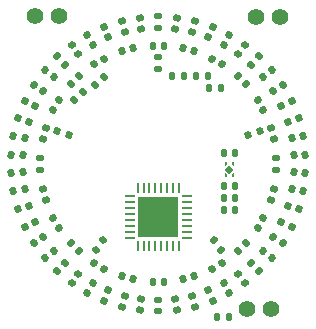
<source format=gbr>
%TF.GenerationSoftware,KiCad,Pcbnew,7.0.9*%
%TF.CreationDate,2023-11-22T13:55:22-05:00*%
%TF.ProjectId,watch,77617463-682e-46b6-9963-61645f706362,rev?*%
%TF.SameCoordinates,Original*%
%TF.FileFunction,Soldermask,Top*%
%TF.FilePolarity,Negative*%
%FSLAX45Y45*%
G04 Gerber Fmt 4.5, Leading zero omitted, Abs format (unit mm)*
G04 Created by KiCad (PCBNEW 7.0.9) date 2023-11-22 13:55:22*
%MOMM*%
%LPD*%
G01*
G04 APERTURE LIST*
G04 Aperture macros list*
%AMRoundRect*
0 Rectangle with rounded corners*
0 $1 Rounding radius*
0 $2 $3 $4 $5 $6 $7 $8 $9 X,Y pos of 4 corners*
0 Add a 4 corners polygon primitive as box body*
4,1,4,$2,$3,$4,$5,$6,$7,$8,$9,$2,$3,0*
0 Add four circle primitives for the rounded corners*
1,1,$1+$1,$2,$3*
1,1,$1+$1,$4,$5*
1,1,$1+$1,$6,$7*
1,1,$1+$1,$8,$9*
0 Add four rect primitives between the rounded corners*
20,1,$1+$1,$2,$3,$4,$5,0*
20,1,$1+$1,$4,$5,$6,$7,0*
20,1,$1+$1,$6,$7,$8,$9,0*
20,1,$1+$1,$8,$9,$2,$3,0*%
%AMRotRect*
0 Rectangle, with rotation*
0 The origin of the aperture is its center*
0 $1 length*
0 $2 width*
0 $3 Rotation angle, in degrees counterclockwise*
0 Add horizontal line*
21,1,$1,$2,0,0,$3*%
%AMFreePoly0*
4,1,6,0.180000,0.075000,0.000000,-0.105000,-0.180000,-0.105000,-0.180000,0.105000,0.180000,0.105000,0.180000,0.075000,0.180000,0.075000,$1*%
%AMFreePoly1*
4,1,6,0.180000,-0.075000,0.180000,-0.105000,-0.180000,-0.105000,-0.180000,0.105000,0.000000,0.105000,0.180000,-0.075000,0.180000,-0.075000,$1*%
%AMFreePoly2*
4,1,6,0.180000,-0.105000,0.000000,-0.105000,-0.180000,0.075000,-0.180000,0.105000,0.180000,0.105000,0.180000,-0.105000,0.180000,-0.105000,$1*%
%AMFreePoly3*
4,1,6,0.180000,-0.105000,-0.180000,-0.105000,-0.180000,-0.075000,0.000000,0.105000,0.180000,0.105000,0.180000,-0.105000,0.180000,-0.105000,$1*%
G04 Aperture macros list end*
%ADD10RoundRect,0.147500X-0.226254X0.017937X-0.052857X-0.220723X0.226254X-0.017937X0.052857X0.220723X0*%
%ADD11RoundRect,0.147500X-0.032108X-0.224681X0.216968X-0.066612X0.032108X0.224681X-0.216968X0.066612X0*%
%ADD12RoundRect,0.147500X-0.060015X-0.218885X0.206909X-0.093280X0.060015X0.218885X-0.206909X0.093280X0*%
%ADD13RoundRect,0.147500X-0.136378X-0.181421X0.158040X-0.162898X0.136378X0.181421X-0.158040X0.162898X0*%
%ADD14RoundRect,0.147500X-0.172500X0.147500X-0.172500X-0.147500X0.172500X-0.147500X0.172500X0.147500X0*%
%ADD15RoundRect,0.135000X0.071224X0.217663X-0.185561X0.134228X-0.071224X-0.217663X0.185561X-0.134228X0*%
%ADD16RoundRect,0.062500X0.062500X-0.375000X0.062500X0.375000X-0.062500X0.375000X-0.062500X-0.375000X0*%
%ADD17RoundRect,0.062500X0.375000X-0.062500X0.375000X0.062500X-0.375000X0.062500X-0.375000X-0.062500X0*%
%ADD18R,3.500000X3.500000*%
%ADD19RoundRect,0.135000X-0.185561X-0.134228X0.071224X-0.217663X0.185561X0.134228X-0.071224X0.217663X0*%
%ADD20RoundRect,0.147500X-0.097828X-0.204798X0.187120X-0.128446X0.097828X0.204798X-0.187120X0.128446X0*%
%ADD21RoundRect,0.147500X0.130399X-0.185765X0.203762X0.099967X-0.130399X0.185765X-0.203762X-0.099967X0*%
%ADD22RoundRect,0.147500X-0.106088X0.200644X-0.214685X-0.073641X0.106088X-0.200644X0.214685X0.073641X0*%
%ADD23RoundRect,0.147500X0.136378X0.181421X-0.158040X0.162898X-0.136378X-0.181421X0.158040X-0.162898X0*%
%ADD24RoundRect,0.147500X0.041489X0.223139X-0.213989X0.075639X-0.041489X-0.223139X0.213989X-0.075639X0*%
%ADD25RoundRect,0.147500X0.203762X-0.099967X0.130399X0.185765X-0.203762X0.099967X-0.130399X-0.185765X0*%
%ADD26RoundRect,0.147500X0.193586X0.118477X-0.086975X0.209637X-0.193586X-0.118477X0.086975X-0.209637X0*%
%ADD27RoundRect,0.147500X-0.080104X0.212358X-0.222222X-0.046153X0.080104X-0.212358X0.222222X0.046153X0*%
%ADD28RoundRect,0.147500X-0.086975X-0.209637X0.193586X-0.118477X0.086975X0.209637X-0.193586X0.118477X0*%
%ADD29C,1.400000*%
%ADD30RoundRect,0.147500X0.172500X-0.147500X0.172500X0.147500X-0.172500X0.147500X-0.172500X-0.147500X0*%
%ADD31RoundRect,0.147500X0.158040X0.162898X-0.136378X0.181421X-0.158040X-0.162898X0.136378X-0.181421X0*%
%ADD32RoundRect,0.135000X0.035355X-0.226274X0.226274X-0.035355X-0.035355X0.226274X-0.226274X0.035355X0*%
%ADD33RoundRect,0.147500X0.152653X-0.167957X0.189626X0.124717X-0.152653X0.167957X-0.189626X-0.124717X0*%
%ADD34RoundRect,0.147500X-0.226718X-0.010562X-0.024776X-0.225607X0.226718X0.010562X0.024776X0.225607X0*%
%ADD35RoundRect,0.140000X0.140000X0.170000X-0.140000X0.170000X-0.140000X-0.170000X0.140000X-0.170000X0*%
%ADD36RoundRect,0.147500X-0.041489X-0.223139X0.213989X-0.075639X0.041489X0.223139X-0.213989X0.075639X0*%
%ADD37RoundRect,0.147500X0.177211X0.141806X-0.112564X0.197083X-0.177211X-0.141806X0.112564X-0.197083X0*%
%ADD38RoundRect,0.147500X0.112564X0.197083X-0.177211X0.141806X-0.112564X-0.197083X0.177211X-0.141806X0*%
%ADD39RoundRect,0.147500X0.003695X0.226934X-0.223606X0.038893X-0.003695X-0.226934X0.223606X-0.038893X0*%
%ADD40RoundRect,0.147500X-0.189626X0.124717X-0.152653X-0.167957X0.189626X-0.124717X0.152653X0.167957X0*%
%ADD41RoundRect,0.147500X0.223139X-0.041489X0.075639X0.213989X-0.223139X0.041489X-0.075639X-0.213989X0*%
%ADD42RoundRect,0.147500X0.222222X-0.046153X0.080104X0.212358X-0.222222X0.046153X-0.080104X-0.212358X0*%
%ADD43RoundRect,0.147500X0.032108X0.224681X-0.216968X0.066612X-0.032108X-0.224681X0.216968X-0.066612X0*%
%ADD44RoundRect,0.147500X-0.147500X-0.172500X0.147500X-0.172500X0.147500X0.172500X-0.147500X0.172500X0*%
%ADD45FreePoly0,270.000000*%
%ADD46FreePoly1,270.000000*%
%ADD47FreePoly2,270.000000*%
%ADD48FreePoly3,270.000000*%
%ADD49RotRect,0.480000X0.480000X315.000000*%
%ADD50RoundRect,0.147500X-0.112564X-0.197083X0.177211X-0.141806X0.112564X0.197083X-0.177211X0.141806X0*%
%ADD51RoundRect,0.147500X0.204798X-0.097828X0.128446X0.187120X-0.204798X0.097828X-0.128446X-0.187120X0*%
%ADD52RoundRect,0.147500X-0.003695X-0.226934X0.223606X-0.038893X0.003695X0.226934X-0.223606X0.038893X0*%
%ADD53RoundRect,0.147500X-0.223606X-0.038893X0.003695X-0.226934X0.223606X0.038893X-0.003695X0.226934X0*%
%ADD54RoundRect,0.147500X-0.204798X0.097828X-0.128446X-0.187120X0.204798X-0.097828X0.128446X0.187120X0*%
%ADD55RoundRect,0.147500X0.187120X0.128446X-0.097828X0.204798X-0.187120X-0.128446X0.097828X-0.204798X0*%
%ADD56RoundRect,0.147500X0.097828X0.204798X-0.187120X0.128446X-0.097828X-0.204798X0.187120X-0.128446X0*%
%ADD57RoundRect,0.147500X-0.177211X-0.141806X0.112564X-0.197083X0.177211X0.141806X-0.112564X0.197083X0*%
%ADD58RoundRect,0.147500X-0.226274X-0.017678X-0.017678X-0.226274X0.226274X0.017678X0.017678X0.226274X0*%
%ADD59RoundRect,0.147500X0.223606X0.038893X-0.003695X0.226934X-0.223606X-0.038893X0.003695X-0.226934X0*%
%ADD60RoundRect,0.147500X0.052857X-0.220723X0.226254X0.017937X-0.052857X0.220723X-0.226254X-0.017937X0*%
%ADD61RoundRect,0.147500X-0.052857X0.220723X-0.226254X-0.017937X0.052857X-0.220723X0.226254X0.017937X0*%
%ADD62RoundRect,0.147500X-0.075639X0.213989X-0.223139X-0.041489X0.075639X-0.213989X0.223139X0.041489X0*%
%ADD63RoundRect,0.147500X0.213989X0.075639X-0.041489X0.223139X-0.213989X-0.075639X0.041489X-0.223139X0*%
%ADD64RoundRect,0.147500X0.214685X-0.073641X0.106088X0.200644X-0.214685X0.073641X-0.106088X-0.200644X0*%
%ADD65RoundRect,0.147500X0.017678X-0.226274X0.226274X-0.017678X-0.017678X0.226274X-0.226274X0.017678X0*%
%ADD66RoundRect,0.147500X-0.213989X-0.075639X0.041489X-0.223139X0.213989X0.075639X-0.041489X0.223139X0*%
%ADD67RoundRect,0.147500X-0.024776X0.225607X-0.226718X0.010562X0.024776X-0.225607X0.226718X-0.010562X0*%
%ADD68RoundRect,0.135000X-0.135000X-0.185000X0.135000X-0.185000X0.135000X0.185000X-0.135000X0.185000X0*%
%ADD69RoundRect,0.147500X-0.017678X0.226274X-0.226274X0.017678X0.017678X-0.226274X0.226274X-0.017678X0*%
%ADD70RoundRect,0.147500X0.080104X-0.212358X0.222222X0.046153X-0.080104X0.212358X-0.222222X-0.046153X0*%
%ADD71RoundRect,0.135000X0.070317X-0.217958X0.229019X0.000477X-0.070317X0.217958X-0.229019X-0.000477X0*%
%ADD72RoundRect,0.147500X0.060015X0.218885X-0.206909X0.093280X-0.060015X-0.218885X0.206909X-0.093280X0*%
%ADD73RoundRect,0.147500X-0.222222X0.046153X-0.080104X-0.212358X0.222222X-0.046153X0.080104X0.212358X0*%
%ADD74RoundRect,0.147500X0.226274X0.017678X0.017678X0.226274X-0.226274X-0.017678X-0.017678X-0.226274X0*%
%ADD75RoundRect,0.147500X-0.214685X0.073641X-0.106088X-0.200644X0.214685X-0.073641X0.106088X0.200644X0*%
%ADD76RoundRect,0.147500X-0.193586X-0.118477X0.086975X-0.209637X0.193586X0.118477X-0.086975X0.209637X0*%
%ADD77RoundRect,0.147500X-0.128446X0.187120X-0.204798X-0.097828X0.128446X-0.187120X0.204798X0.097828X0*%
%ADD78RoundRect,0.147500X-0.216968X-0.066612X0.032108X-0.224681X0.216968X0.066612X-0.032108X0.224681X0*%
%ADD79RoundRect,0.147500X-0.158040X-0.162898X0.136378X-0.181421X0.158040X0.162898X-0.136378X0.181421X0*%
%ADD80RoundRect,0.135000X0.229019X-0.000477X0.070317X0.217958X-0.229019X0.000477X-0.070317X-0.217958X0*%
%ADD81RoundRect,0.147500X0.086975X0.209637X-0.193586X0.118477X-0.086975X-0.209637X0.193586X-0.118477X0*%
%ADD82RoundRect,0.147500X-0.152653X0.167957X-0.189626X-0.124717X0.152653X-0.167957X0.189626X0.124717X0*%
%ADD83RoundRect,0.147500X0.206909X0.093280X-0.060015X0.218885X-0.206909X-0.093280X0.060015X-0.218885X0*%
%ADD84RoundRect,0.147500X-0.203762X0.099967X-0.130399X-0.185765X0.203762X-0.099967X0.130399X0.185765X0*%
%ADD85RoundRect,0.147500X0.147500X0.172500X-0.147500X0.172500X-0.147500X-0.172500X0.147500X-0.172500X0*%
%ADD86RoundRect,0.147500X0.216968X0.066612X-0.032108X0.224681X-0.216968X-0.066612X0.032108X-0.224681X0*%
%ADD87RoundRect,0.135000X-0.185000X0.135000X-0.185000X-0.135000X0.185000X-0.135000X0.185000X0.135000X0*%
%ADD88RoundRect,0.147500X0.075639X-0.213989X0.223139X0.041489X-0.075639X0.213989X-0.223139X-0.041489X0*%
%ADD89RoundRect,0.147500X-0.130399X0.185765X-0.203762X-0.099967X0.130399X-0.185765X0.203762X0.099967X0*%
%ADD90RoundRect,0.147500X0.226718X0.010562X0.024776X0.225607X-0.226718X-0.010562X-0.024776X-0.225607X0*%
%ADD91RoundRect,0.147500X0.226254X-0.017937X0.052857X0.220723X-0.226254X0.017937X-0.052857X-0.220723X0*%
%ADD92RoundRect,0.147500X-0.223139X0.041489X-0.075639X-0.213989X0.223139X-0.041489X0.075639X0.213989X0*%
%ADD93RoundRect,0.147500X0.106088X-0.200644X0.214685X0.073641X-0.106088X0.200644X-0.214685X-0.073641X0*%
%ADD94RoundRect,0.147500X-0.187120X-0.128446X0.097828X-0.204798X0.187120X0.128446X-0.097828X0.204798X0*%
%ADD95RoundRect,0.147500X0.128446X-0.187120X0.204798X0.097828X-0.128446X0.187120X-0.204798X-0.097828X0*%
%ADD96RoundRect,0.147500X0.024776X-0.225607X0.226718X-0.010562X-0.024776X0.225607X-0.226718X0.010562X0*%
%ADD97RoundRect,0.147500X0.189626X-0.124717X0.152653X0.167957X-0.189626X0.124717X-0.152653X-0.167957X0*%
%ADD98RoundRect,0.147500X-0.206909X-0.093280X0.060015X-0.218885X0.206909X0.093280X-0.060015X0.218885X0*%
G04 APERTURE END LIST*
D10*
%TO.C,D31*%
X676835Y-931583D03*
X733850Y-1010058D03*
%TD*%
D11*
%TO.C,D43*%
X972244Y617005D03*
X1054143Y668980D03*
%TD*%
D12*
%TO.C,D42*%
X1041908Y490285D03*
X1129677Y531585D03*
%TD*%
D13*
%TO.C,D39*%
X1149228Y72303D03*
X1246036Y78394D03*
%TD*%
D14*
%TO.C,D26*%
X0Y-1151500D03*
X0Y-1248500D03*
%TD*%
D15*
%TO.C,R5*%
X856902Y278424D03*
X759894Y246904D03*
%TD*%
D16*
%TO.C,U1*%
X-175000Y-693750D03*
X-125000Y-693750D03*
X-75000Y-693750D03*
X-25000Y-693750D03*
X25000Y-693750D03*
X75000Y-693750D03*
X125000Y-693750D03*
X175000Y-693750D03*
D17*
X243750Y-625000D03*
X243750Y-575000D03*
X243750Y-525000D03*
X243750Y-475000D03*
X243750Y-425000D03*
X243750Y-375000D03*
X243750Y-325000D03*
X243750Y-275000D03*
D16*
X175000Y-206250D03*
X125000Y-206250D03*
X75000Y-206250D03*
X25000Y-206250D03*
X-25000Y-206250D03*
X-75000Y-206250D03*
X-125000Y-206250D03*
X-175000Y-206250D03*
D17*
X-243750Y-275000D03*
X-243750Y-325000D03*
X-243750Y-375000D03*
X-243750Y-425000D03*
X-243750Y-475000D03*
X-243750Y-525000D03*
X-243750Y-575000D03*
X-243750Y-625000D03*
D18*
X0Y-450000D03*
%TD*%
D19*
%TO.C,R2*%
X-856902Y278424D03*
X-759894Y246904D03*
%TD*%
D20*
%TO.C,D52*%
X-305666Y953373D03*
X-211972Y978478D03*
%TD*%
D21*
%TO.C,D49*%
X286366Y1115324D03*
X310489Y1209276D03*
%TD*%
D22*
%TO.C,D23*%
X-423895Y-1070638D03*
X-459603Y-1160826D03*
%TD*%
D23*
%TO.C,D14*%
X-1149228Y-72303D03*
X-1246036Y-78394D03*
%TD*%
D24*
%TO.C,D65*%
X542002Y-841775D03*
X457998Y-890275D03*
%TD*%
D25*
%TO.C,D3*%
X-286366Y1115324D03*
X-310489Y1209276D03*
%TD*%
D26*
%TO.C,D11*%
X-1095142Y355833D03*
X-1187394Y385808D03*
%TD*%
D27*
%TO.C,D22*%
X-554739Y-1009067D03*
X-601470Y-1094069D03*
%TD*%
D28*
%TO.C,D41*%
X1095142Y355833D03*
X1187394Y385808D03*
%TD*%
D29*
%TO.C,TP2*%
X750000Y-1230000D03*
X950000Y-1230000D03*
%TD*%
D30*
%TO.C,D57*%
X-1000000Y-48500D03*
X-1000000Y48500D03*
%TD*%
D31*
%TO.C,D13*%
X-1149228Y72303D03*
X-1246036Y78394D03*
%TD*%
D32*
%TO.C,R11*%
X-711062Y538938D03*
X-638938Y611062D03*
%TD*%
D33*
%TO.C,D50*%
X144321Y1142420D03*
X156479Y1238655D03*
%TD*%
D34*
%TO.C,D32*%
X788256Y-839407D03*
X854657Y-910117D03*
%TD*%
D35*
%TO.C,C1*%
X650000Y-191000D03*
X554000Y-191000D03*
%TD*%
D36*
%TO.C,D53*%
X-542002Y841775D03*
X-457998Y890275D03*
%TD*%
D37*
%TO.C,D12*%
X-1131104Y215770D03*
X-1226386Y233946D03*
%TD*%
D38*
%TO.C,D15*%
X-1131104Y-215770D03*
X-1226386Y-233946D03*
%TD*%
D39*
%TO.C,D19*%
X-887246Y-733994D03*
X-961986Y-795824D03*
%TD*%
D40*
%TO.C,D27*%
X144321Y-1142420D03*
X156479Y-1238655D03*
%TD*%
D29*
%TO.C,TP4*%
X829000Y1247000D03*
X1029000Y1247000D03*
%TD*%
D41*
%TO.C,D59*%
X-841775Y-542002D03*
X-890275Y-457998D03*
%TD*%
D42*
%TO.C,D5*%
X-554739Y1009067D03*
X-601470Y1094069D03*
%TD*%
D35*
%TO.C,C2*%
X650000Y95000D03*
X554000Y95000D03*
%TD*%
D43*
%TO.C,D18*%
X-972244Y-617005D03*
X-1054143Y-668980D03*
%TD*%
D44*
%TO.C,R10*%
X553500Y-390000D03*
X650500Y-390000D03*
%TD*%
D45*
%TO.C,U2*%
X634500Y-5000D03*
D46*
X569500Y-5000D03*
D47*
X634500Y-91000D03*
D48*
X569500Y-91000D03*
D49*
X602000Y-48000D03*
%TD*%
D50*
%TO.C,D40*%
X1131104Y215770D03*
X1226386Y233946D03*
%TD*%
D51*
%TO.C,D58*%
X-953373Y-305666D03*
X-978478Y-211972D03*
%TD*%
D52*
%TO.C,D44*%
X887246Y733994D03*
X961986Y795824D03*
%TD*%
D53*
%TO.C,D33*%
X887246Y-733994D03*
X961986Y-795824D03*
%TD*%
D54*
%TO.C,D70*%
X953373Y305666D03*
X978478Y211972D03*
%TD*%
D55*
%TO.C,D62*%
X-211972Y-978478D03*
X-305666Y-953373D03*
%TD*%
D56*
%TO.C,D64*%
X305666Y-953373D03*
X211972Y-978478D03*
%TD*%
D57*
%TO.C,D37*%
X1131104Y-215770D03*
X1226386Y-233946D03*
%TD*%
D58*
%TO.C,D72*%
X672812Y741401D03*
X741401Y672812D03*
%TD*%
D59*
%TO.C,D8*%
X-887246Y733994D03*
X-961986Y795824D03*
%TD*%
D60*
%TO.C,D46*%
X676835Y931583D03*
X733850Y1010058D03*
%TD*%
D61*
%TO.C,D21*%
X-676835Y-931583D03*
X-733850Y-1010058D03*
%TD*%
D62*
%TO.C,D67*%
X890275Y-457998D03*
X841775Y-542002D03*
%TD*%
D63*
%TO.C,D61*%
X-457998Y-890275D03*
X-542002Y-841775D03*
%TD*%
D14*
%TO.C,D69*%
X1000000Y48500D03*
X1000000Y-48500D03*
%TD*%
D64*
%TO.C,D4*%
X-423895Y1070638D03*
X-459603Y1160826D03*
%TD*%
D65*
%TO.C,D54*%
X-741401Y672812D03*
X-672812Y741401D03*
%TD*%
D66*
%TO.C,D73*%
X457998Y890275D03*
X542002Y841775D03*
%TD*%
D67*
%TO.C,D20*%
X-788256Y-839407D03*
X-854657Y-910117D03*
%TD*%
D68*
%TO.C,R6*%
X429000Y640000D03*
X531000Y640000D03*
%TD*%
D69*
%TO.C,D66*%
X741401Y-672812D03*
X672812Y-741401D03*
%TD*%
D70*
%TO.C,D47*%
X554739Y1009067D03*
X601470Y1094069D03*
%TD*%
D71*
%TO.C,R3*%
X-529595Y-728924D03*
X-469640Y-646405D03*
%TD*%
D30*
%TO.C,D1*%
X0Y1151500D03*
X0Y1248500D03*
%TD*%
D72*
%TO.C,D17*%
X-1041908Y-490285D03*
X-1129677Y-531585D03*
%TD*%
D73*
%TO.C,D30*%
X554739Y-1009067D03*
X601470Y-1094069D03*
%TD*%
D74*
%TO.C,D60*%
X-672812Y-741401D03*
X-741401Y-672812D03*
%TD*%
D75*
%TO.C,D29*%
X423895Y-1070638D03*
X459603Y-1160826D03*
%TD*%
D76*
%TO.C,D36*%
X1095142Y-355833D03*
X1187394Y-385808D03*
%TD*%
D29*
%TO.C,TP3*%
X-1044000Y1251000D03*
X-844000Y1251000D03*
%TD*%
D77*
%TO.C,D68*%
X978478Y-211972D03*
X953373Y-305666D03*
%TD*%
D78*
%TO.C,D34*%
X972244Y-617005D03*
X1054143Y-668980D03*
%TD*%
D79*
%TO.C,D38*%
X1149228Y-72303D03*
X1246036Y-78394D03*
%TD*%
D80*
%TO.C,R4*%
X529595Y-728924D03*
X469640Y-646405D03*
%TD*%
D81*
%TO.C,D16*%
X-1095142Y-355833D03*
X-1187394Y-385808D03*
%TD*%
D82*
%TO.C,D25*%
X-144321Y-1142420D03*
X-156479Y-1238655D03*
%TD*%
D83*
%TO.C,D10*%
X-1041908Y490285D03*
X-1129677Y531585D03*
%TD*%
D68*
%TO.C,R7*%
X319000Y740000D03*
X421000Y740000D03*
%TD*%
D44*
%TO.C,D51*%
X-48500Y1000000D03*
X48500Y1000000D03*
%TD*%
D84*
%TO.C,D28*%
X286366Y-1115324D03*
X310489Y-1209276D03*
%TD*%
D85*
%TO.C,R9*%
X650500Y-290000D03*
X553500Y-290000D03*
%TD*%
D86*
%TO.C,D9*%
X-972244Y617005D03*
X-1054143Y668980D03*
%TD*%
D87*
%TO.C,R1*%
X0Y901000D03*
X0Y799000D03*
%TD*%
D88*
%TO.C,D55*%
X-890275Y457998D03*
X-841775Y542002D03*
%TD*%
D89*
%TO.C,D24*%
X-286366Y-1115324D03*
X-310489Y-1209276D03*
%TD*%
D90*
%TO.C,D7*%
X-788256Y839407D03*
X-854657Y910117D03*
%TD*%
D91*
%TO.C,D6*%
X-676835Y931583D03*
X-733850Y1010058D03*
%TD*%
D68*
%TO.C,R13*%
X498000Y-1300000D03*
X600000Y-1300000D03*
%TD*%
%TO.C,R8*%
X119000Y740000D03*
X221000Y740000D03*
%TD*%
D32*
%TO.C,R12*%
X-536062Y663938D03*
X-463938Y736062D03*
%TD*%
D85*
%TO.C,D63*%
X48500Y-1000000D03*
X-48500Y-1000000D03*
%TD*%
D92*
%TO.C,D71*%
X841775Y542002D03*
X890275Y457998D03*
%TD*%
D93*
%TO.C,D48*%
X423895Y1070638D03*
X459603Y1160826D03*
%TD*%
D94*
%TO.C,D74*%
X211972Y978478D03*
X305666Y953373D03*
%TD*%
D95*
%TO.C,D56*%
X-978478Y211972D03*
X-953373Y305666D03*
%TD*%
D96*
%TO.C,D45*%
X788256Y839407D03*
X854657Y910117D03*
%TD*%
D97*
%TO.C,D2*%
X-144321Y1142420D03*
X-156479Y1238655D03*
%TD*%
D98*
%TO.C,D35*%
X1041908Y-490285D03*
X1129677Y-531585D03*
%TD*%
M02*

</source>
